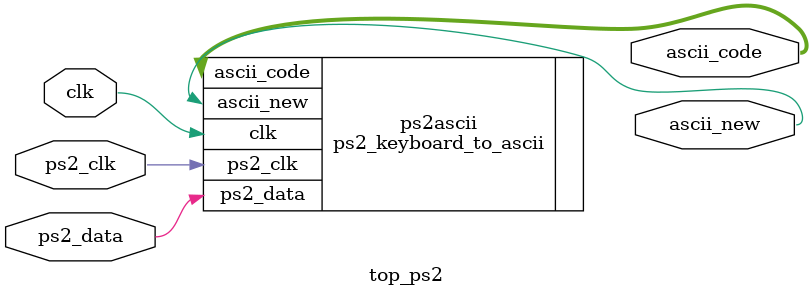
<source format=v>
module top_ps2(input wire clk, input wire ps2_clk, input wire ps2_data,
           output wire ascii_new, output wire [6:0] ascii_code);

    ps2_keyboard_to_ascii ps2ascii  (.clk(clk), .ps2_clk(ps2_clk),
                               .ps2_data(ps2_data), .ascii_code(ascii_code),
                               .ascii_new(ascii_new)) ;



endmodule

</source>
